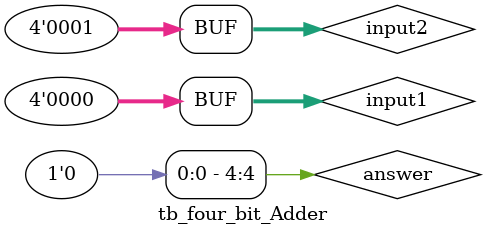
<source format=v>
module four_bit_Adder(input1,input2,answer);
	input [3:0] input1,input2;
   output [3:0] answer;
   wire  carry_out;
   wire [3:0] carry;
   
	genvar i;
   generate 
		for(i=0;i<4;i=i+1)
			begin: generate_N_bit_Adder
		if(i==0) 
			full_adder_one f(input1[0],input2[0],answer[0],carry[0]);
		else
			full_adder f(input1[i],input2[i],carry[i-1],answer[i],carry[i]);
		end
	assign carry_out = carry[3];
   endgenerate
endmodule 

module full_adder_one(a,b,sum,c_out);
   input a,b;
   output sum,c_out;
   assign sum=a^b;
   assign c_out=a&b;
endmodule

module full_adder(a,b,c_in,sum,c_out);
   input a,b,c_in;
   output sum,c_out;
	assign sum = (a^b) ^ c_in;
	assign c_out = (b&c_in)| (a&b);
endmodule

module tb_four_bit_Adder;

 reg  [3:0] input1;
 reg  [3:0] input2;
 wire [4:0] answer;

 four_bit_Adder uut (
  .input1(input1), 
  .input2(input2), 
  .answer(answer)
 );

 initial begin
 
  input1 = 4'b0000;
  input2 = 4'b0001;
  #100;
  
 end
      
endmodule
</source>
